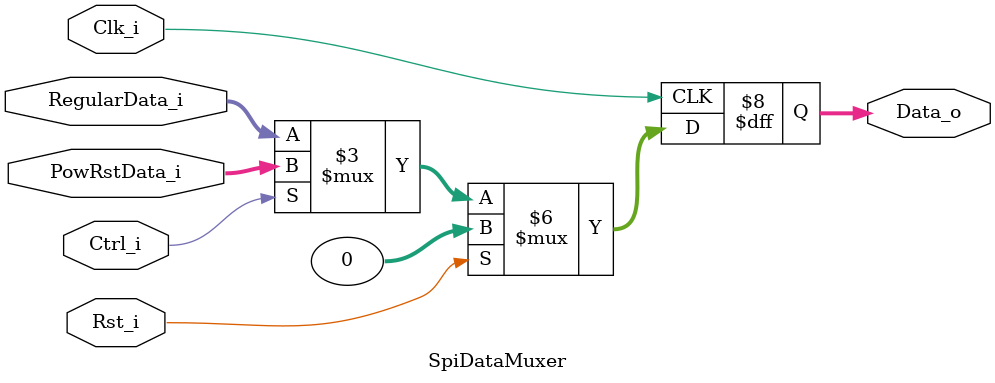
<source format=v>
module SpiDataMuxer (
    input Clk_i,
    input Rst_i,
    input Ctrl_i,

    input [31:0] PowRstData_i,
    input [31:0] RegularData_i,

    output reg [31:0] Data_o
);


always @(posedge Clk_i) begin
    if (Rst_i) begin
        Data_o <= 0;
    end else begin
        if (Ctrl_i) begin
            Data_o <= PowRstData_i;
        end else begin
            Data_o <= RegularData_i;
        end
    end
end

endmodule
</source>
